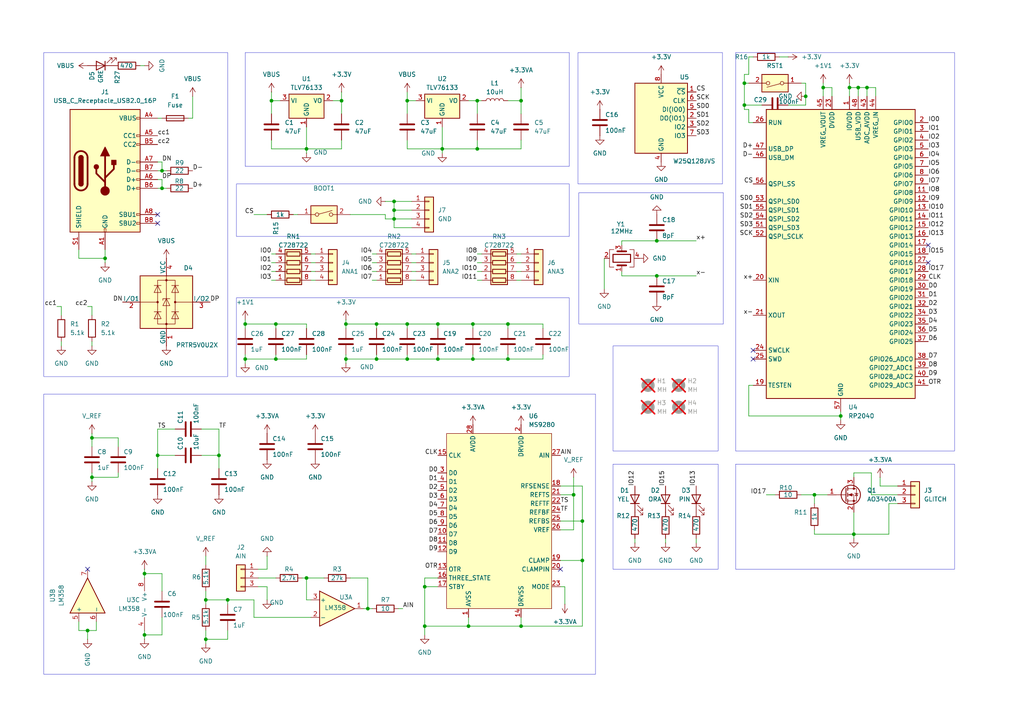
<source format=kicad_sch>
(kicad_sch (version 20231120) (generator "eeschema") (generator_version "8.0")
  (paper "A4")
  (junction (at 168.91 162.56))
  (junction (at 88.9 43.18))
  (junction (at 63.5 132.08))
  (junction (at 71.12 104.14))
  (junction (at 114.3 58.42))
  (junction (at 137.16 93.98))
  (junction (at 251.46 25.4))
  (junction (at 46.99 54.61))
  (junction (at 41.91 166.37))
  (junction (at 190.5 69.85))
  (junction (at 41.91 184.15))
  (junction (at 71.12 93.98))
  (junction (at 118.11 29.21))
  (junction (at 109.22 93.98))
  (junction (at 26.67 138.43))
  (junction (at 46.99 49.53))
  (junction (at 80.01 104.14))
  (junction (at 135.89 181.61))
  (junction (at 215.9 24.13))
  (junction (at 114.3 63.5))
  (junction (at 26.67 127))
  (junction (at 100.33 93.98))
  (junction (at 243.84 120.65))
  (junction (at 247.65 154.94))
  (junction (at 80.01 93.98))
  (junction (at 59.69 173.99))
  (junction (at 25.4 182.88))
  (junction (at 45.72 132.08))
  (junction (at 109.22 104.14))
  (junction (at 100.33 104.14))
  (junction (at 59.69 185.42))
  (junction (at 238.76 25.4))
  (junction (at 128.27 43.18))
  (junction (at 147.32 93.98))
  (junction (at 215.9 30.48))
  (junction (at 147.32 104.14))
  (junction (at 233.68 27.94))
  (junction (at 127 93.98))
  (junction (at 190.5 80.01))
  (junction (at 114.3 60.96))
  (junction (at 118.11 104.14))
  (junction (at 78.74 29.21))
  (junction (at 123.19 170.18))
  (junction (at 118.11 93.98))
  (junction (at 106.68 176.53))
  (junction (at 99.06 29.21))
  (junction (at 248.92 25.4))
  (junction (at 166.37 143.51))
  (junction (at 151.13 29.21))
  (junction (at 88.9 167.64))
  (junction (at 236.22 143.51))
  (junction (at 127 104.14))
  (junction (at 246.38 25.4))
  (junction (at 151.13 181.61))
  (junction (at 30.48 74.93))
  (junction (at 137.16 104.14))
  (junction (at 123.19 181.61))
  (junction (at 66.04 173.99))
  (junction (at 138.43 43.18))
  (junction (at 168.91 151.13))
  (junction (at 138.43 29.21))
  (no_connect (at 45.72 64.77))
  (no_connect (at 45.72 62.23))
  (no_connect (at 162.56 165.1))
  (no_connect (at 269.24 76.2))
  (no_connect (at 25.4 165.1))
  (no_connect (at 218.44 104.14))
  (no_connect (at 218.44 101.6))
  (no_connect (at 269.24 71.12))
  (wire (pts (xy 78.74 73.66) (xy 80.01 73.66)))
  (wire (pts (xy 34.29 129.54) (xy 34.29 127)))
  (wire (pts (xy 41.91 184.15) (xy 41.91 185.42)))
  (wire (pts (xy 233.68 30.48) (xy 233.68 27.94)))
  (wire (pts (xy 162.56 162.56) (xy 168.91 162.56)))
  (wire (pts (xy 184.15 157.48) (xy 184.15 156.21)))
  (wire (pts (xy 157.48 104.14) (xy 147.32 104.14)))
  (wire (pts (xy 59.69 185.42) (xy 59.69 182.88)))
  (wire (pts (xy 25.4 182.88) (xy 27.94 182.88)))
  (wire (pts (xy 118.11 40.64) (xy 118.11 43.18)))
  (wire (pts (xy 106.68 167.64) (xy 106.68 176.53)))
  (wire (pts (xy 99.06 29.21) (xy 96.52 29.21)))
  (wire (pts (xy 218.44 16.51) (xy 217.17 16.51)))
  (wire (pts (xy 46.99 52.07) (xy 46.99 54.61)))
  (wire (pts (xy 78.74 78.74) (xy 80.01 78.74)))
  (wire (pts (xy 22.86 180.34) (xy 22.86 182.88)))
  (wire (pts (xy 73.66 62.23) (xy 77.47 62.23)))
  (wire (pts (xy 26.67 138.43) (xy 26.67 139.7)))
  (wire (pts (xy 236.22 143.51) (xy 236.22 146.05)))
  (wire (pts (xy 109.22 93.98) (xy 118.11 93.98)))
  (wire (pts (xy 166.37 143.51) (xy 162.56 143.51)))
  (wire (pts (xy 151.13 33.02) (xy 151.13 29.21)))
  (wire (pts (xy 138.43 29.21) (xy 139.7 29.21)))
  (wire (pts (xy 147.32 93.98) (xy 147.32 95.25)))
  (wire (pts (xy 217.17 16.51) (xy 217.17 21.59)))
  (wire (pts (xy 58.42 132.08) (xy 63.5 132.08)))
  (wire (pts (xy 46.99 171.45) (xy 46.99 166.37)))
  (wire (pts (xy 99.06 43.18) (xy 88.9 43.18)))
  (wire (pts (xy 247.65 137.16) (xy 247.65 138.43)))
  (wire (pts (xy 54.61 34.29) (xy 55.88 34.29)))
  (wire (pts (xy 41.91 19.05) (xy 40.64 19.05)))
  (wire (pts (xy 168.91 162.56) (xy 168.91 181.61)))
  (wire (pts (xy 147.32 29.21) (xy 151.13 29.21)))
  (wire (pts (xy 222.25 143.51) (xy 224.79 143.51)))
  (wire (pts (xy 137.16 93.98) (xy 137.16 95.25)))
  (wire (pts (xy 135.89 179.07) (xy 135.89 181.61)))
  (wire (pts (xy 119.38 81.28) (xy 120.65 81.28)))
  (wire (pts (xy 45.72 124.46) (xy 50.8 124.46)))
  (wire (pts (xy 151.13 40.64) (xy 151.13 43.18)))
  (wire (pts (xy 217.17 120.65) (xy 243.84 120.65)))
  (wire (pts (xy 101.6 62.23) (xy 111.76 62.23)))
  (wire (pts (xy 109.22 76.2) (xy 107.95 76.2)))
  (wire (pts (xy 238.76 25.4) (xy 238.76 24.13)))
  (wire (pts (xy 48.26 54.61) (xy 46.99 54.61)))
  (wire (pts (xy 71.12 104.14) (xy 71.12 105.41)))
  (wire (pts (xy 175.26 83.82) (xy 175.26 74.93)))
  (wire (pts (xy 99.06 33.02) (xy 99.06 29.21)))
  (wire (pts (xy 66.04 182.88) (xy 66.04 185.42)))
  (wire (pts (xy 26.67 88.9) (xy 26.67 91.44)))
  (wire (pts (xy 115.57 176.53) (xy 116.84 176.53)))
  (wire (pts (xy 128.27 43.18) (xy 128.27 36.83)))
  (wire (pts (xy 109.22 81.28) (xy 107.95 81.28)))
  (wire (pts (xy 137.16 93.98) (xy 147.32 93.98)))
  (wire (pts (xy 118.11 43.18) (xy 128.27 43.18)))
  (wire (pts (xy 17.78 88.9) (xy 17.78 91.44)))
  (wire (pts (xy 123.19 170.18) (xy 123.19 181.61)))
  (wire (pts (xy 118.11 102.87) (xy 118.11 104.14)))
  (wire (pts (xy 26.67 137.16) (xy 26.67 138.43)))
  (wire (pts (xy 100.33 104.14) (xy 109.22 104.14)))
  (wire (pts (xy 149.86 73.66) (xy 151.13 73.66)))
  (wire (pts (xy 127 93.98) (xy 137.16 93.98)))
  (wire (pts (xy 100.33 95.25) (xy 100.33 93.98)))
  (wire (pts (xy 71.12 95.25) (xy 71.12 93.98)))
  (wire (pts (xy 26.67 127) (xy 34.29 127)))
  (wire (pts (xy 246.38 25.4) (xy 246.38 27.94)))
  (wire (pts (xy 88.9 93.98) (xy 88.9 95.25)))
  (wire (pts (xy 34.29 138.43) (xy 26.67 138.43)))
  (wire (pts (xy 138.43 43.18) (xy 151.13 43.18)))
  (wire (pts (xy 101.6 167.64) (xy 106.68 167.64)))
  (wire (pts (xy 78.74 33.02) (xy 78.74 29.21)))
  (wire (pts (xy 73.66 173.99) (xy 66.04 173.99)))
  (wire (pts (xy 118.11 104.14) (xy 127 104.14)))
  (wire (pts (xy 147.32 104.14) (xy 137.16 104.14)))
  (wire (pts (xy 77.47 161.29) (xy 77.47 165.1)))
  (wire (pts (xy 254 25.4) (xy 251.46 25.4)))
  (wire (pts (xy 255.27 140.97) (xy 260.35 140.97)))
  (wire (pts (xy 123.19 181.61) (xy 123.19 184.15)))
  (wire (pts (xy 71.12 93.98) (xy 80.01 93.98)))
  (wire (pts (xy 217.17 31.75) (xy 215.9 31.75)))
  (wire (pts (xy 71.12 92.71) (xy 71.12 93.98)))
  (wire (pts (xy 217.17 31.75) (xy 217.17 35.56)))
  (wire (pts (xy 248.92 25.4) (xy 246.38 25.4)))
  (wire (pts (xy 127 104.14) (xy 127 102.87)))
  (wire (pts (xy 220.98 30.48) (xy 215.9 30.48)))
  (wire (pts (xy 41.91 166.37) (xy 41.91 167.64)))
  (wire (pts (xy 55.88 34.29) (xy 55.88 27.94)))
  (wire (pts (xy 118.11 29.21) (xy 120.65 29.21)))
  (wire (pts (xy 201.93 69.85) (xy 190.5 69.85)))
  (wire (pts (xy 151.13 29.21) (xy 151.13 25.4)))
  (wire (pts (xy 166.37 153.67) (xy 166.37 143.51)))
  (wire (pts (xy 217.17 35.56) (xy 218.44 35.56)))
  (wire (pts (xy 180.34 78.74) (xy 180.34 80.01)))
  (wire (pts (xy 138.43 33.02) (xy 138.43 29.21)))
  (wire (pts (xy 247.65 154.94) (xy 257.81 154.94)))
  (wire (pts (xy 157.48 95.25) (xy 157.48 93.98)))
  (wire (pts (xy 180.34 69.85) (xy 180.34 71.12)))
  (wire (pts (xy 80.01 102.87) (xy 80.01 104.14)))
  (wire (pts (xy 88.9 167.64) (xy 88.9 173.99)))
  (wire (pts (xy 17.78 100.33) (xy 17.78 99.06)))
  (wire (pts (xy 215.9 24.13) (xy 217.17 24.13)))
  (wire (pts (xy 251.46 25.4) (xy 248.92 25.4)))
  (wire (pts (xy 252.73 137.16) (xy 247.65 137.16)))
  (wire (pts (xy 246.38 24.13) (xy 246.38 25.4)))
  (wire (pts (xy 88.9 167.64) (xy 93.98 167.64)))
  (wire (pts (xy 162.56 153.67) (xy 166.37 153.67)))
  (wire (pts (xy 248.92 25.4) (xy 248.92 27.94)))
  (wire (pts (xy 119.38 63.5) (xy 114.3 63.5)))
  (wire (pts (xy 41.91 165.1) (xy 41.91 166.37)))
  (wire (pts (xy 257.81 154.94) (xy 257.81 146.05)))
  (wire (pts (xy 215.9 31.75) (xy 215.9 30.48)))
  (wire (pts (xy 90.17 173.99) (xy 88.9 173.99)))
  (wire (pts (xy 109.22 93.98) (xy 109.22 95.25)))
  (wire (pts (xy 114.3 58.42) (xy 119.38 58.42)))
  (wire (pts (xy 46.99 166.37) (xy 41.91 166.37)))
  (wire (pts (xy 59.69 171.45) (xy 59.69 173.99)))
  (wire (pts (xy 233.68 24.13) (xy 232.41 24.13)))
  (wire (pts (xy 252.73 143.51) (xy 260.35 143.51)))
  (wire (pts (xy 22.86 182.88) (xy 25.4 182.88)))
  (wire (pts (xy 157.48 102.87) (xy 157.48 104.14)))
  (wire (pts (xy 73.66 179.07) (xy 73.66 173.99)))
  (wire (pts (xy 109.22 73.66) (xy 107.95 73.66)))
  (wire (pts (xy 236.22 143.51) (xy 232.41 143.51)))
  (wire (pts (xy 78.74 81.28) (xy 80.01 81.28)))
  (wire (pts (xy 260.35 146.05) (xy 257.81 146.05)))
  (wire (pts (xy 74.93 170.18) (xy 77.47 170.18)))
  (wire (pts (xy 218.44 111.76) (xy 217.17 111.76)))
  (wire (pts (xy 73.66 179.07) (xy 90.17 179.07)))
  (wire (pts (xy 99.06 40.64) (xy 99.06 43.18)))
  (wire (pts (xy 123.19 167.64) (xy 123.19 170.18)))
  (wire (pts (xy 74.93 165.1) (xy 77.47 165.1)))
  (wire (pts (xy 217.17 111.76) (xy 217.17 120.65)))
  (wire (pts (xy 105.41 176.53) (xy 106.68 176.53)))
  (wire (pts (xy 138.43 40.64) (xy 138.43 43.18)))
  (wire (pts (xy 22.86 74.93) (xy 30.48 74.93)))
  (wire (pts (xy 201.93 157.48) (xy 201.93 156.21)))
  (wire (pts (xy 138.43 43.18) (xy 128.27 43.18)))
  (wire (pts (xy 236.22 153.67) (xy 236.22 154.94)))
  (wire (pts (xy 111.76 62.23) (xy 111.76 63.5)))
  (wire (pts (xy 162.56 151.13) (xy 168.91 151.13)))
  (wire (pts (xy 46.99 179.07) (xy 46.99 184.15)))
  (wire (pts (xy 217.17 21.59) (xy 215.9 21.59)))
  (wire (pts (xy 59.69 161.29) (xy 59.69 163.83)))
  (wire (pts (xy 106.68 176.53) (xy 107.95 176.53)))
  (wire (pts (xy 139.7 76.2) (xy 138.43 76.2)))
  (wire (pts (xy 63.5 132.08) (xy 63.5 135.89)))
  (wire (pts (xy 243.84 119.38) (xy 243.84 120.65)))
  (wire (pts (xy 168.91 181.61) (xy 151.13 181.61)))
  (wire (pts (xy 247.65 148.59) (xy 247.65 154.94)))
  (wire (pts (xy 63.5 124.46) (xy 63.5 132.08)))
  (wire (pts (xy 90.17 76.2) (xy 91.44 76.2)))
  (wire (pts (xy 162.56 140.97) (xy 168.91 140.97)))
  (wire (pts (xy 88.9 43.18) (xy 88.9 36.83)))
  (wire (pts (xy 119.38 66.04) (xy 114.3 66.04)))
  (wire (pts (xy 88.9 102.87) (xy 88.9 104.14)))
  (wire (pts (xy 71.12 104.14) (xy 80.01 104.14)))
  (wire (pts (xy 118.11 33.02) (xy 118.11 29.21)))
  (wire (pts (xy 127 93.98) (xy 127 95.25)))
  (wire (pts (xy 147.32 102.87) (xy 147.32 104.14)))
  (wire (pts (xy 78.74 43.18) (xy 88.9 43.18)))
  (wire (pts (xy 119.38 78.74) (xy 120.65 78.74)))
  (wire (pts (xy 190.5 69.85) (xy 180.34 69.85)))
  (wire (pts (xy 119.38 76.2) (xy 120.65 76.2)))
  (wire (pts (xy 118.11 29.21) (xy 118.11 26.67)))
  (wire (pts (xy 236.22 154.94) (xy 247.65 154.94)))
  (wire (pts (xy 45.72 132.08) (xy 45.72 135.89)))
  (wire (pts (xy 149.86 81.28) (xy 151.13 81.28)))
  (wire (pts (xy 100.33 105.41) (xy 100.33 104.14)))
  (wire (pts (xy 252.73 143.51) (xy 252.73 137.16)))
  (wire (pts (xy 193.04 157.48) (xy 193.04 156.21)))
  (wire (pts (xy 78.74 29.21) (xy 81.28 29.21)))
  (wire (pts (xy 147.32 93.98) (xy 157.48 93.98)))
  (wire (pts (xy 45.72 52.07) (xy 46.99 52.07)))
  (wire (pts (xy 46.99 46.99) (xy 46.99 49.53)))
  (wire (pts (xy 90.17 81.28) (xy 91.44 81.28)))
  (wire (pts (xy 46.99 49.53) (xy 45.72 49.53)))
  (wire (pts (xy 59.69 173.99) (xy 59.69 175.26)))
  (wire (pts (xy 119.38 60.96) (xy 114.3 60.96)))
  (wire (pts (xy 16.51 88.9) (xy 17.78 88.9)))
  (wire (pts (xy 45.72 46.99) (xy 46.99 46.99)))
  (wire (pts (xy 27.94 182.88) (xy 27.94 180.34)))
  (wire (pts (xy 26.67 100.33) (xy 26.67 99.06)))
  (wire (pts (xy 25.4 88.9) (xy 26.67 88.9)))
  (wire (pts (xy 128.27 43.18) (xy 128.27 44.45)))
  (wire (pts (xy 59.69 186.69) (xy 59.69 185.42)))
  (wire (pts (xy 233.68 27.94) (xy 233.68 24.13)))
  (wire (pts (xy 90.17 73.66) (xy 91.44 73.66)))
  (wire (pts (xy 137.16 104.14) (xy 127 104.14)))
  (wire (pts (xy 215.9 30.48) (xy 215.9 24.13)))
  (wire (pts (xy 58.42 124.46) (xy 63.5 124.46)))
  (wire (pts (xy 100.33 93.98) (xy 109.22 93.98)))
  (wire (pts (xy 247.65 154.94) (xy 247.65 156.21)))
  (wire (pts (xy 66.04 173.99) (xy 59.69 173.99)))
  (wire (pts (xy 22.86 72.39) (xy 22.86 74.93)))
  (wire (pts (xy 226.06 16.51) (xy 228.6 16.51)))
  (wire (pts (xy 228.6 30.48) (xy 233.68 30.48)))
  (wire (pts (xy 139.7 78.74) (xy 138.43 78.74)))
  (wire (pts (xy 241.3 27.94) (xy 241.3 25.4)))
  (wire (pts (xy 180.34 80.01) (xy 190.5 80.01)))
  (wire (pts (xy 74.93 167.64) (xy 80.01 167.64)))
  (wire (pts (xy 46.99 54.61) (xy 45.72 54.61)))
  (wire (pts (xy 114.3 60.96) (xy 114.3 58.42)))
  (wire (pts (xy 139.7 81.28) (xy 138.43 81.28)))
  (wire (pts (xy 238.76 25.4) (xy 238.76 27.94)))
  (wire (pts (xy 243.84 120.65) (xy 243.84 121.92)))
  (wire (pts (xy 66.04 173.99) (xy 66.04 175.26)))
  (wire (pts (xy 48.26 49.53) (xy 46.99 49.53)))
  (wire (pts (xy 100.33 92.71) (xy 100.33 93.98)))
  (wire (pts (xy 25.4 185.42) (xy 25.4 182.88)))
  (wire (pts (xy 166.37 138.43) (xy 166.37 143.51)))
  (wire (pts (xy 251.46 25.4) (xy 251.46 27.94)))
  (wire (pts (xy 34.29 137.16) (xy 34.29 138.43)))
  (wire (pts (xy 118.11 93.98) (xy 118.11 95.25)))
  (wire (pts (xy 119.38 73.66) (xy 120.65 73.66)))
  (wire (pts (xy 241.3 25.4) (xy 238.76 25.4)))
  (wire (pts (xy 137.16 102.87) (xy 137.16 104.14)))
  (wire (pts (xy 190.5 80.01) (xy 201.93 80.01)))
  (wire (pts (xy 149.86 76.2) (xy 151.13 76.2)))
  (wire (pts (xy 240.03 143.51) (xy 236.22 143.51)))
  (wire (pts (xy 71.12 102.87) (xy 71.12 104.14)))
  (wire (pts (xy 114.3 66.04) (xy 114.3 63.5)))
  (wire (pts (xy 139.7 73.66) (xy 138.43 73.66)))
  (wire (pts (xy 100.33 102.87) (xy 100.33 104.14)))
  (wire (pts (xy 162.56 170.18) (xy 163.83 170.18)))
  (wire (pts (xy 254 27.94) (xy 254 25.4)))
  (wire (pts (xy 66.04 185.42) (xy 59.69 185.42)))
  (wire (pts (xy 26.67 127) (xy 26.67 129.54)))
  (wire (pts (xy 30.48 76.2) (xy 30.48 74.93)))
  (wire (pts (xy 138.43 29.21) (xy 135.89 29.21)))
  (wire (pts (xy 111.76 58.42) (xy 114.3 58.42)))
  (wire (pts (xy 163.83 170.18) (xy 163.83 175.26)))
  (wire (pts (xy 77.47 173.99) (xy 77.47 170.18)))
  (wire (pts (xy 78.74 29.21) (xy 78.74 26.67)))
  (wire (pts (xy 80.01 93.98) (xy 80.01 95.25)))
  (wire (pts (xy 45.72 132.08) (xy 50.8 132.08)))
  (wire (pts (xy 46.99 184.15) (xy 41.91 184.15)))
  (wire (pts (xy 45.72 34.29) (xy 46.99 34.29)))
  (wire (pts (xy 41.91 182.88) (xy 41.91 184.15)))
  (wire (pts (xy 90.17 78.74) (xy 91.44 78.74)))
  (wire (pts (xy 255.27 138.43) (xy 255.27 140.97)))
  (wire (pts (xy 78.74 40.64) (xy 78.74 43.18)))
  (wire (pts (xy 114.3 63.5) (xy 114.3 60.96)))
  (wire (pts (xy 118.11 93.98) (xy 127 93.98)))
  (wire (pts (xy 99.06 29.21) (xy 99.06 26.67)))
  (wire (pts (xy 88.9 43.18) (xy 88.9 44.45)))
  (wire (pts (xy 109.22 104.14) (xy 118.11 104.14)))
  (wire (pts (xy 26.67 125.73) (xy 26.67 127)))
  (wire (pts (xy 85.09 62.23) (xy 86.36 62.23)))
  (wire (pts (xy 168.91 151.13) (xy 168.91 162.56)))
  (wire (pts (xy 151.13 181.61) (xy 135.89 181.61)))
  (wire (pts (xy 215.9 21.59) (xy 215.9 24.13)))
  (wire (pts (xy 87.63 167.64) (xy 88.9 167.64)))
  (wire (pts (xy 151.13 179.07) (xy 151.13 181.61)))
  (wire (pts (xy 30.48 72.39) (xy 30.48 74.93)))
  (wire (pts (xy 80.01 104.14) (xy 88.9 104.14)))
  (wire (pts (xy 80.01 93.98) (xy 88.9 93.98)))
  (wire (pts (xy 78.74 76.2) (xy 80.01 76.2)))
  (wire (pts (xy 111.76 63.5) (xy 114.3 63.5)))
  (wire (pts (xy 135.89 181.61) (xy 123.19 181.61)))
  (wire (pts (xy 127 167.64) (xy 123.19 167.64)))
  (wire (pts (xy 168.91 140.97) (xy 168.91 151.13)))
  (wire (pts (xy 109.22 102.87) (xy 109.22 104.14)))
  (wire (pts (xy 109.22 78.74) (xy 107.95 78.74)))
  (wire (pts (xy 45.72 124.46) (xy 45.72 132.08)))
  (wire (pts (xy 123.19 170.18) (xy 127 170.18)))
  (wire (pts (xy 149.86 78.74) (xy 151.13 78.74)))
  (rectangle (start 177.8 100.33) (end 208.28 130.81) (stroke (width 0.0762)))
  (rectangle (start 71.12 15.24) (end 165.1 48.26) (stroke (width 0.0762)))
  (rectangle (start 177.8 134.62) (end 208.28 165.1) (stroke (width 0.0762)))
  (rectangle (start 213.36 15.24) (end 276.86 130.81) (stroke (width 0.0762)))
  (rectangle (start 12.7 114.3) (end 172.72 195.58) (stroke (width 0.0762)))
  (rectangle (start 12.7 15.24) (end 66.04 109.22) (stroke (width 0.0762)))
  (rectangle (start 68.58 86.36) (end 165.1 109.22) (stroke (width 0.0762)))
  (rectangle (start 167.64 15.24) (end 209.55 53.34) (stroke (width 0.0762)))
  (rectangle (start 167.894 55.88) (end 209.804 93.98) (stroke (width 0.0762)))
  (rectangle (start 68.58 53.34) (end 165.1 68.58) (stroke (width 0.0762)))
  (rectangle (start 213.36 134.62) (end 276.86 165.1) (stroke (width 0.0762)))
  (label "IO11" (at 138.43 81.28 180))
  (label "D7" (at 127 154.94 180))
  (label "SD0" (at 201.93 31.75 0))
  (label "IO5" (at 269.24 48.26 0))
  (label "DN" (at 35.56 87.63 180))
  (label "IO15" (at 193.04 140.97 90))
  (label "D3" (at 127 144.78 180))
  (label "IO8" (at 269.24 55.88 0))
  (label "IO3" (at 78.74 81.28 180))
  (label "IO6" (at 269.24 50.8 0))
  (label "D+" (at 55.88 54.61 0))
  (label "IO7" (at 107.95 81.28 180))
  (label "SD3" (at 218.44 66.04 180))
  (label "IO9" (at 138.43 76.2 180))
  (label "cc2" (at 25.4 88.9 180))
  (label "IO4" (at 107.95 73.66 180))
  (label "SD2" (at 201.93 36.83 0))
  (label "D4" (at 127 147.32 180))
  (label "IO3" (at 269.24 43.18 0))
  (label "SD2" (at 218.44 63.5 180))
  (label "IO1" (at 78.74 76.2 180))
  (label "D0" (at 269.24 83.82 0))
  (label "SD3" (at 201.93 39.37 0))
  (label "CLK" (at 127 132.08 180))
  (label "D6" (at 269.24 99.06 0))
  (label "IO10" (at 138.43 78.74 180))
  (label "TS" (at 162.56 146.05 0))
  (label "SCK" (at 218.44 68.58 180))
  (label "D-" (at 218.44 45.72 180))
  (label "IO4" (at 269.24 45.72 0))
  (label "D9" (at 269.24 109.22 0))
  (label "D+" (at 218.44 43.18 180))
  (label "D8" (at 127 157.48 180))
  (label "AIN" (at 116.84 176.53 0))
  (label "IO7" (at 269.24 53.34 0))
  (label "D7" (at 269.24 104.14 0))
  (label "x-" (at 201.93 80.01 0))
  (label "SD1" (at 218.44 60.96 180))
  (label "IO10" (at 269.24 60.96 0))
  (label "D-" (at 55.88 49.53 0))
  (label "IO17" (at 222.25 143.51 180))
  (label "IO11" (at 269.24 63.5 0))
  (label "D5" (at 269.24 96.52 0))
  (label "IO15" (at 269.24 73.66 0))
  (label "OTR" (at 127 165.1 180))
  (label "D5" (at 127 149.86 180))
  (label "IO5" (at 107.95 76.2 180))
  (label "CS" (at 73.66 62.23 180))
  (label "SD1" (at 201.93 34.29 0))
  (label "D2" (at 127 142.24 180))
  (label "IO17" (at 269.24 78.74 0))
  (label "cc2" (at 45.72 41.91 0))
  (label "x-" (at 218.44 91.44 180))
  (label "TF" (at 162.56 148.59 0))
  (label "D6" (at 127 152.4 180))
  (label "CLK" (at 269.24 81.28 0))
  (label "IO0" (at 78.74 73.66 180))
  (label "CS" (at 201.93 26.67 0))
  (label "IO13" (at 269.24 68.58 0))
  (label "IO2" (at 269.24 40.64 0))
  (label "SD0" (at 218.44 58.42 180))
  (label "IO2" (at 78.74 78.74 180))
  (label "D2" (at 269.24 88.9 0))
  (label "x+" (at 218.44 81.28 180))
  (label "x+" (at 201.93 69.85 0))
  (label "IO1" (at 269.24 38.1 0))
  (label "IO6" (at 107.95 78.74 180))
  (label "D4" (at 269.24 93.98 0))
  (label "D8" (at 269.24 106.68 0))
  (label "IO9" (at 269.24 58.42 0))
  (label "D3" (at 269.24 91.44 0))
  (label "cc1" (at 16.51 88.9 180))
  (label "D1" (at 269.24 86.36 0))
  (label "CS" (at 218.44 53.34 180))
  (label "IO8" (at 138.43 73.66 180))
  (label "SCK" (at 201.93 29.21 0))
  (label "IO12" (at 184.15 140.97 90))
  (label "DP" (at 46.99 52.07 0))
  (label "AIN" (at 162.56 132.08 0))
  (label "D0" (at 127 137.16 180))
  (label "IO13" (at 201.93 140.97 90))
  (label "DN" (at 46.99 46.99 0))
  (label "cc1" (at 45.72 39.37 0))
  (label "IO12" (at 269.24 66.04 0))
  (label "OTR" (at 269.24 111.76 0))
  (label "D9" (at 127 160.02 180))
  (label "IO0" (at 269.24 35.56 0))
  (label "TF" (at 63.5 124.46 0))
  (label "DP" (at 60.96 87.63 0))
  (label "TS" (at 45.72 124.46 0))
  (label "D1" (at 127 139.7 180))
  (symbol (lib_id "Device:C") (at 147.32 99.06 0) (unit 1)
    (property "Reference" "C21" (at 148.844 96.774 0) (effects (justify left)))
    (property "Value" "100nF" (at 148.844 101.346 0) (effects (justify left)))
    (property "Footprint" "Capacitor_SMD:C_0603_1608Metric" (effects (hide yes)))
    (property "Description" "Unpolarized capacitor" (effects (hide yes)))
  )
  (symbol (lib_id "power:GND") (at 77.47 133.35 0) (unit 1)
    (property "Reference" "#PWR031" (effects (hide yes)))
    (property "Value" "GND" (at 77.47 138.43 0))
    (property "Description" "Power symbol creates a global label with name \"GND\" , ground" (effects (hide yes)))
  )
  (symbol (lib_id "Device:C") (at 137.16 99.06 0) (unit 1)
    (property "Reference" "C20" (at 138.684 96.774 0) (effects (justify left)))
    (property "Value" "100nF" (at 138.684 101.346 0) (effects (justify left)))
    (property "Footprint" "Capacitor_SMD:C_0603_1608Metric" (effects (hide yes)))
    (property "Description" "Unpolarized capacitor" (effects (hide yes)))
  )
  (symbol (lib_id "power:+3.3VA") (at 163.83 175.26 180) (unit 1)
    (property "Reference" "#PWR026" (effects (hide yes)))
    (property "Value" "+3.3VA" (at 163.83 180.34 0))
    (property "Description" "Power symbol creates a global label with name \"+3.3VA\"" (effects (hide yes)))
  )
  (symbol (lib_id "power:GND") (at 111.76 58.42 270) (unit 1)
    (property "Reference" "#PWR049" (effects (hide yes)))
    (property "Value" "GND" (at 107.95 58.4199 90) (effects (justify right)))
    (property "Description" "Power symbol creates a global label with name \"GND\" , ground" (effects (hide yes)))
  )
  (symbol (lib_id "power:GND") (at 91.44 133.35 0) (unit 1)
    (property "Reference" "#PWR032" (effects (hide yes)))
    (property "Value" "GND" (at 91.44 138.43 0))
    (property "Description" "Power symbol creates a global label with name \"GND\" , ground" (effects (hide yes)))
  )
  (symbol (lib_id "Device:C") (at 71.12 99.06 0) (unit 1)
    (property "Reference" "C26" (at 72.644 96.774 0) (effects (justify left)))
    (property "Value" "1uF" (at 72.644 101.346 0) (effects (justify left)))
    (property "Footprint" "Capacitor_SMD:C_0603_1608Metric" (effects (hide yes)))
    (property "Description" "Unpolarized capacitor" (effects (hide yes)))
  )
  (symbol (lib_id "power:GND") (at 128.27 44.45 0) (unit 1)
    (property "Reference" "#PWR09" (effects (hide yes)))
    (property "Value" "GND" (at 124.206 44.45 0))
    (property "Description" "Power symbol creates a global label with name \"GND\" , ground" (effects (hide yes)))
  )
  (symbol (lib_id "Device:R") (at 201.93 152.4 180) (unit 1)
    (property "Reference" "R14" (at 196.596 149.606 0) (effects (justify right)))
    (property "Value" "470" (at 201.93 154.178 90) (effects (justify right)))
    (property "Footprint" "Resistor_SMD:R_0603_1608Metric" (effects (hide yes)))
    (property "Description" "Resistor" (effects (hide yes)))
  )
  (symbol (lib_id "Device:C") (at 224.79 30.48 90) (unit 1)
    (property "Reference" "C29" (at 222.504 28.956 90) (effects (justify left)))
    (property "Value" "100nF" (at 231.902 29.464 90) (effects (justify left)))
    (property "Footprint" "Capacitor_SMD:C_0603_1608Metric" (effects (hide yes)))
    (property "Description" "Unpolarized capacitor" (effects (hide yes)))
  )
  (symbol (lib_id "Device:R") (at 111.76 176.53 270) (unit 1)
    (property "Reference" "R7" (at 111.76 173.99 90))
    (property "Value" "10" (at 111.76 176.53 90))
    (property "Footprint" "Resistor_SMD:R_0603_1608Metric" (effects (hide yes)))
    (property "Description" "Resistor" (effects (hide yes)))
  )
  (symbol (lib_id "Device:C") (at 173.99 35.56 0) (unit 1)
    (property "Reference" "C16" (at 175.514 33.274 0) (effects (justify left)))
    (property "Value" "100nF" (at 175.514 37.846 0) (effects (justify left)))
    (property "Footprint" "Capacitor_SMD:C_0603_1608Metric" (effects (hide yes)))
    (property "Description" "Unpolarized capacitor" (effects (hide yes)))
  )
  (symbol (lib_id "power:+1V1") (at 238.76 24.13 0) (unit 1)
    (property "Reference" "#PWR036" (effects (hide yes)))
    (property "Value" "+1V1" (at 238.76 19.05 0))
    (property "Description" "Power symbol creates a global label with name \"+1V1\"" (effects (hide yes)))
  )
  (symbol (lib_id "Device:LED") (at 184.15 144.78 90) (unit 1)
    (property "Reference" "D1" (at 179.832 142.24 90) (effects (justify right)))
    (property "Value" "YEL" (at 179.07 144.78 90) (effects (justify right)))
    (property "Footprint" "LED_SMD:LED_0603_1608Metric" (effects (hide yes)))
    (property "Description" "Light emitting diode" (effects (hide yes)))
  )
  (symbol (lib_id "Amplifier_Operational:LM358") (at 25.4 172.72 90) (unit 2)
    (property "Reference" "U3" (at 15.24 172.72 0))
    (property "Value" "LM358" (at 17.78 172.72 0))
    (property "Footprint" "Package_SO:SO-8_3.9x4.9mm_P1.27mm" (effects (hide yes)))
    (property "Datasheet" "http://www.ti.com/lit/ds/symlink/lm2904-n.pdf" (effects (hide yes)))
    (property "Description" "Low-Power, Dual Operational Amplifiers, DIP-8/SOIC-8/TO-99-8" (effects (hide yes)))
    (property "LCSC" "C693063" (effects (hide yes)))
  )
  (symbol (lib_id "power:GND") (at 26.67 139.7 0) (unit 1)
    (property "Reference" "#PWR020" (effects (hide yes)))
    (property "Value" "GND" (at 26.67 144.78 0))
    (property "Description" "Power symbol creates a global label with name \"GND\" , ground" (effects (hide yes)))
  )
  (symbol (lib_id "Connector_Generic:Conn_01x03") (at 69.85 167.64 0) (mirror y) (unit 1)
    (property "Reference" "J2" (at 69.85 158.75 0))
    (property "Value" "AIN" (at 69.85 161.29 0))
    (property "Footprint" "Connector_PinHeader_2.54mm:PinHeader_1x03_P2.54mm_Vertical" (effects (hide yes)))
    (property "Description" "Generic connector, single row, 01x03, script generated (kicad-library-utils/schlib/autogen/connector/)" (effects (hide yes)))
  )
  (symbol (lib_id "MCU_RaspberryPi:RP2040") (at 243.84 73.66 0) (unit 1)
    (property "Reference" "U4" (at 246.0341 118.11 0) (effects (justify left)))
    (property "Value" "RP2040" (at 246.0341 120.65 0) (effects (justify left)))
    (property "Footprint" "Package_DFN_QFN:QFN-56-1EP_7x7mm_P0.4mm_EP3.2x3.2mm" (effects (hide yes)))
    (property "Datasheet" "https://datasheets.raspberrypi.com/rp2040/rp2040-datasheet.pdf" (effects (hide yes)))
    (property "Description" "A microcontroller by Raspberry Pi" (effects (hide yes)))
  )
  (symbol (lib_id "power:GND") (at 45.72 143.51 0) (unit 1)
    (property "Reference" "#PWR027" (effects (hide yes)))
    (property "Value" "GND" (at 45.72 148.59 0))
    (property "Description" "Power symbol creates a global label with name \"GND\" , ground" (effects (hide yes)))
  )
  (symbol (lib_id "power:GND") (at 77.47 161.29 180) (unit 1)
    (property "Reference" "#PWR016" (effects (hide yes)))
    (property "Value" "GND" (at 77.47 156.21 0))
    (property "Description" "Power symbol creates a global label with name \"GND\" , ground" (effects (hide yes)))
  )
  (symbol (lib_id "power:+3.3VA") (at 255.27 138.43 0) (unit 1)
    (property "Reference" "#PWR47" (effects (hide yes)))
    (property "Value" "+3.3VA" (at 255.27 133.35 0))
    (property "Description" "Power symbol creates a global label with name \"+3.3VA\"" (effects (hide yes)))
  )
  (symbol (lib_id "power:GND") (at 193.04 157.48 0) (unit 1)
    (property "Reference" "#PWR045" (effects (hide yes)))
    (property "Value" "GND" (at 193.04 162.56 0))
    (property "Description" "Power symbol creates a global label with name \"GND\" , ground" (effects (hide yes)))
  )
  (symbol (lib_id "Device:R") (at 17.78 95.25 180) (unit 1)
    (property "Reference" "R1" (at 20.32 93.9799 0) (effects (justify right)))
    (property "Value" "5.1k" (at 20.32 96.5199 0) (effects (justify right)))
    (property "Footprint" "Resistor_SMD:R_0603_1608Metric" (effects (hide yes)))
    (property "Description" "Resistor" (effects (hide yes)))
  )
  (symbol (lib_id "Regulator_Linear:AMS1117-3.3") (at 128.27 29.21 0) (unit 1)
    (property "Reference" "U2" (at 128.27 22.86 0))
    (property "Value" "TLV76133" (at 128.27 25.4 0))
    (property "Footprint" "Package_TO_SOT_SMD:SOT-223-3_TabPin2" (effects (hide yes)))
    (property "Description" "1A Low Dropout regulator, positive, 3.3V fixed output, SOT-223" (effects (hide yes)))
    (property "LCSC" "C7527500" (effects (hide yes)))
  )
  (symbol (lib_id "Device:C") (at 91.44 129.54 0) (unit 1)
    (property "Reference" "C15" (at 92.964 127.254 0) (effects (justify left)))
    (property "Value" "100nF" (at 92.964 131.826 0) (effects (justify left)))
    (property "Footprint" "Capacitor_SMD:C_0603_1608Metric" (effects (hide yes)))
    (property "Description" "Unpolarized capacitor" (effects (hide yes)))
  )
  (symbol (lib_id "power:GND") (at 63.5 143.51 0) (unit 1)
    (property "Reference" "#PWR028" (effects (hide yes)))
    (property "Value" "GND" (at 63.5 148.59 0))
    (property "Description" "Power symbol creates a global label with name \"GND\" , ground" (effects (hide yes)))
  )
  (symbol (lib_id "power:GND") (at 190.5 62.23 180) (unit 1)
    (property "Reference" "#PWR039" (effects (hide yes)))
    (property "Value" "GND" (at 190.5 57.15 0))
    (property "Description" "Power symbol creates a global label with name \"GND\" , ground" (effects (hide yes)))
  )
  (symbol (lib_id "Device:C") (at 54.61 124.46 90) (unit 1)
    (property "Reference" "C11" (at 52.324 122.936 0) (effects (justify left)))
    (property "Value" "100nF" (at 56.896 122.936 0) (effects (justify left)))
    (property "Footprint" "Capacitor_SMD:C_0603_1608Metric" (effects (hide yes)))
    (property "Description" "Unpolarized capacitor" (effects (hide yes)))
  )
  (symbol (lib_id "power:VBUS") (at 78.74 26.67 0) (unit 1)
    (property "Reference" "#PWR05" (effects (hide yes)))
    (property "Value" "VBUS" (at 78.74 21.59 0))
    (property "Description" "Power symbol creates a global label with name \"VBUS\"" (effects (hide yes)))
  )
  (symbol (lib_id "power:GND") (at 243.84 121.92 0) (unit 1)
    (property "Reference" "#PWR041" (effects (hide yes)))
    (property "Value" "GND" (at 243.84 127 0))
    (property "Description" "Power symbol creates a global label with name \"GND\" , ground" (effects (hide yes)))
  )
  (symbol (lib_id "Device:R") (at 36.83 19.05 270) (unit 1)
    (property "Reference" "R27" (at 34.036 24.384 0) (effects (justify right)))
    (property "Value" "470" (at 38.608 19.05 90) (effects (justify right)))
    (property "Footprint" "Resistor_SMD:R_0603_1608Metric" (effects (hide yes)))
    (property "Description" "Resistor" (effects (hide yes)))
  )
  (symbol (lib_id "power:+3.3V") (at 191.77 21.59 0) (unit 1)
    (property "Reference" "#PWR012" (effects (hide yes)))
    (property "Value" "+3.3V" (at 191.77 16.51 0))
    (property "Description" "Power symbol creates a global label with name \"+3.3V\"" (effects (hide yes)))
  )
  (symbol (lib_id "Transistor_FET:AO3400A") (at 245.11 143.51 0) (unit 1)
    (property "Reference" "Q1" (at 251.46 142.2399 0) (effects (justify left)))
    (property "Value" "AO3400A" (at 251.46 144.7799 0) (effects (justify left)))
    (property "Footprint" "Package_TO_SOT_SMD:SOT-23" (effects (hide yes)))
    (property "Datasheet" "http://www.aosmd.com/pdfs/datasheet/AO3400A.pdf" (effects (hide yes)))
    (property "Description" "30V Vds, 5.7A Id, N-Channel MOSFET, SOT-23" (effects (hide yes)))
    (property "LCSC" "C20917" (effects (hide yes)))
  )
  (symbol (lib_id "Device:R") (at 52.07 54.61 270) (unit 1)
    (property "Reference" "R8" (at 53.34 52.578 90) (effects (justify right)))
    (property "Value" "22" (at 53.34 54.61 90) (effects (justify right)))
    (property "Footprint" "Resistor_SMD:R_0603_1608Metric" (effects (hide yes)))
    (property "Description" "Resistor" (effects (hide yes)))
  )
  (symbol (lib_id "Device:R_Pack04") (at 114.3 76.2 270) (mirror x) (unit 1)
    (property "Reference" "RN2" (at 114.3 68.58 90))
    (property "Value" "C728722" (at 114.3 71.12 90))
    (property "Footprint" "Resistor_SMD:R_Array_Concave_4x0402" (effects (hide yes)))
    (property "Description" "4 resistor network, parallel topology" (effects (hide yes)))
    (property "LCSC" "C728722" (effects (hide yes)))
  )
  (symbol (lib_id "Device:Fuse") (at 50.8 34.29 90) (unit 1)
    (property "Reference" "F1" (at 50.8 27.94 90))
    (property "Value" "Fuse" (at 50.8 30.48 90))
    (property "Footprint" "Fuse:Fuse_1812_4532Metric" (effects (hide yes)))
    (property "Description" "Fuse" (effects (hide yes)))
    (property "LCSC" "C142689 " (effects (hide yes)))
  )
  (symbol (lib_id "Connector:USB_C_Receptacle_USB2.0_16P") (at 30.48 49.53 0) (unit 1)
    (property "Reference" "J1" (at 30.48 26.67 0))
    (property "Value" "USB_C_Receptacle_USB2.0_16P" (at 30.48 29.21 0))
    (property "Footprint" "Connector_USB:USB_C_Receptacle_GCT_USB4105-xx-A_16P_TopMnt_Horizontal" (effects (hide yes)))
    (property "Datasheet" "https://www.usb.org/sites/default/files/documents/usb_type-c.zip" (effects (hide yes)))
    (property "Description" "USB 2.0-only 16P Type-C Receptacle connector" (effects (hide yes)))
  )
  (symbol (lib_id "Mechanical:MountingHole") (at 187.96 111.76 0) (unit 1) (exclude_from_sim yes) (in_bom no) (dnp yes)
    (property "Reference" "H1" (at 190.5 110.4899 0) (effects (justify left)))
    (property "Value" "MH" (at 190.5 113.0299 0) (effects (justify left)))
    (property "Footprint" "MountingHole:MountingHole_2.2mm_M2_DIN965_Pad" (effects (hide yes)))
    (property "Description" "Mounting Hole without connection" (effects (hide yes)))
  )
  (symbol (lib_id "Device:C") (at 138.43 36.83 0) (unit 1)
    (property "Reference" "C4" (at 142.24 35.5599 0) (effects (justify left)))
    (property "Value" "47uF" (at 142.24 38.0999 0) (effects (justify left)))
    (property "Footprint" "Capacitor_SMD:C_1206_3216Metric" (effects (hide yes)))
    (property "Description" "Unpolarized capacitor" (effects (hide yes)))
  )
  (symbol (lib_id "power:GND") (at 41.91 185.42 0) (unit 1)
    (property "Reference" "#PWR015" (effects (hide yes)))
    (property "Value" "GND" (at 41.91 190.5 0))
    (property "Description" "Power symbol creates a global label with name \"GND\" , ground" (effects (hide yes)))
  )
  (symbol (lib_id "power:GND") (at 100.33 105.41 0) (unit 1)
    (property "Reference" "#PWR051" (effects (hide yes)))
    (property "Value" "GND" (at 106.426 106.426 0))
    (property "Description" "Power symbol creates a global label with name \"GND\" , ground" (effects (hide yes)))
  )
  (symbol (lib_id "power:GND") (at 71.12 105.41 0) (unit 1)
    (property "Reference" "#PWR053" (effects (hide yes)))
    (property "Value" "GND" (at 75.946 106.68 0))
    (property "Description" "Power symbol creates a global label with name \"GND\" , ground" (effects (hide yes)))
  )
  (symbol (lib_id "Device:C") (at 78.74 36.83 0) (unit 1)
    (property "Reference" "C1" (at 82.55 35.5599 0) (effects (justify left)))
    (property "Value" "47uF" (at 82.55 38.0999 0) (effects (justify left)))
    (property "Footprint" "Capacitor_SMD:C_1206_3216Metric" (effects (hide yes)))
    (property "Description" "Unpolarized capacitor" (effects (hide yes)))
  )
  (symbol (lib_id "power:GND") (at 26.67 100.33 0) (unit 1)
    (property "Reference" "#PWR03" (effects (hide yes)))
    (property "Value" "GND" (at 26.67 105.41 0))
    (property "Description" "Power symbol creates a global label with name \"GND\" , ground" (effects (hide yes)))
  )
  (symbol (lib_id "Device:R") (at 59.69 167.64 180) (unit 1)
    (property "Reference" "R6" (at 55.626 167.386 0) (effects (justify right)))
    (property "Value" "5.1k" (at 59.69 169.672 90) (effects (justify right)))
    (property "Footprint" "Resistor_SMD:R_0603_1608Metric" (effects (hide yes)))
    (property "Description" "Resistor" (effects (hide yes)))
  )
  (symbol (lib_id "Device:R") (at 228.6 143.51 270) (unit 1)
    (property "Reference" "R10" (at 229.87 141.478 90) (effects (justify right)))
    (property "Value" "10" (at 229.87 143.51 90) (effects (justify right)))
    (property "Footprint" "Resistor_SMD:R_0603_1608Metric" (effects (hide yes)))
    (property "Description" "Resistor" (effects (hide yes)))
  )
  (symbol (lib_id "Device:Crystal_GND24") (at 180.34 74.93 90) (unit 1)
    (property "Reference" "Y1" (at 180.086 65.024 90))
    (property "Value" "12MHz" (at 180.34 67.056 90))
    (property "Footprint" "Crystal:Crystal_SMD_Abracon_ABM10-4Pin_2.5x2.0mm" (effects (hide yes)))
    (property "Description" "Four pin crystal, GND on pins 2 and 4" (effects (hide yes)))
    (property "LCSC" "C1985454" (effects (hide yes)))
  )
  (symbol (lib_id "power:GND") (at 247.65 156.21 0) (unit 1)
    (property "Reference" "#PWR043" (effects (hide yes)))
    (property "Value" "GND" (at 247.65 161.29 0))
    (property "Description" "Power symbol creates a global label with name \"GND\" , ground" (effects (hide yes)))
  )
  (symbol (lib_id "Switch:SW_DIP_x01") (at 93.98 62.23 0) (unit 1)
    (property "Reference" "BOOT1" (at 93.98 54.61 0))
    (property "Value" "SW_DIP_x01" (effects (hide yes)))
    (property "Footprint" "Button_Switch_SMD:SW_SPST_CK_RS282G05A3" (effects (hide yes)))
    (property "Description" "1x DIP Switch, Single Pole Single Throw (SPST) switch, small symbol" (effects (hide yes)))
  )
  (symbol (lib_id "Device:R") (at 97.79 167.64 270) (unit 1)
    (property "Reference" "R3" (at 97.79 165.1 90))
    (property "Value" "27k" (at 97.79 167.64 90))
    (property "Footprint" "Resistor_SMD:R_0603_1608Metric" (effects (hide yes)))
    (property "Description" "Resistor" (effects (hide yes)))
  )
  (symbol (lib_id "power:GND") (at 17.78 100.33 0) (unit 1)
    (property "Reference" "#PWR02" (effects (hide yes)))
    (property "Value" "GND" (at 17.78 105.41 0))
    (property "Description" "Power symbol creates a global label with name \"GND\" , ground" (effects (hide yes)))
  )
  (symbol (lib_id "power:Vdrive") (at 26.67 125.73 0) (unit 1)
    (property "Reference" "#PWR021" (effects (hide yes)))
    (property "Value" "V_REF" (at 26.67 120.65 0))
    (property "Description" "Power symbol creates a global label with name \"Vdrive\"" (effects (hide yes)))
  )
  (symbol (lib_id "power:GND") (at 184.15 157.48 0) (unit 1)
    (property "Reference" "#PWR044" (effects (hide yes)))
    (property "Value" "GND" (at 184.15 162.56 0))
    (property "Description" "Power symbol creates a global label with name \"GND\" , ground" (effects (hide yes)))
  )
  (symbol (lib_id "power:+3.3V") (at 100.33 92.71 0) (unit 1)
    (property "Reference" "#PWR050" (effects (hide yes)))
    (property "Value" "+3.3V" (at 100.33 87.63 0))
    (property "Description" "Power symbol creates a global label with name \"+3.3V\"" (effects (hide yes)))
  )
  (symbol (lib_id "Device:C") (at 34.29 133.35 0) (unit 1)
    (property "Reference" "C9" (at 35.814 131.064 0) (effects (justify left)))
    (property "Value" "100nF" (at 35.814 135.636 0) (effects (justify left)))
    (property "Footprint" "Capacitor_SMD:C_0603_1608Metric" (effects (hide yes)))
    (property "Description" "Unpolarized capacitor" (effects (hide yes)))
  )
  (symbol (lib_id "Connector_Generic:Conn_01x03") (at 265.43 143.51 0) (unit 1)
    (property "Reference" "J3" (at 267.97 142.2399 0) (effects (justify left)))
    (property "Value" "GLITCH" (at 267.97 144.7799 0) (effects (justify left)))
    (property "Footprint" "Connector_PinHeader_2.54mm:PinHeader_1x03_P2.54mm_Vertical" (effects (hide yes)))
    (property "Description" "Generic connector, single row, 01x03, script generated (kicad-library-utils/schlib/autogen/connector/)" (effects (hide yes)))
  )
  (symbol (lib_id "power:GND") (at 201.93 157.48 0) (unit 1)
    (property "Reference" "#PWR046" (effects (hide yes)))
    (property "Value" "GND" (at 201.93 162.56 0))
    (property "Description" "Power symbol creates a global label with name \"GND\" , ground" (effects (hide yes)))
  )
  (symbol (lib_id "Device:C") (at 109.22 99.06 0) (unit 1)
    (property "Reference" "C24" (at 110.744 96.774 0) (effects (justify left)))
    (property "Value" "100nF" (at 110.744 101.346 0) (effects (justify left)))
    (property "Footprint" "Capacitor_SMD:C_0603_1608Metric" (effects (hide yes)))
    (property "Description" "Unpolarized capacitor" (effects (hide yes)))
  )
  (symbol (lib_id "power:+3.3V") (at 99.06 26.67 0) (unit 1)
    (property "Reference" "#PWR07" (effects (hide yes)))
    (property "Value" "+3.3V" (at 99.06 21.59 0))
    (property "Description" "Power symbol creates a global label with name \"+3.3V\"" (effects (hide yes)))
  )
  (symbol (lib_id "Mechanical:MountingHole") (at 187.96 118.11 0) (unit 1) (exclude_from_sim yes) (in_bom no) (dnp yes)
    (property "Reference" "H3" (at 190.5 116.8399 0) (effects (justify left)))
    (property "Value" "MH" (at 190.5 119.3799 0) (effects (justify left)))
    (property "Footprint" "MountingHole:MountingHole_2.2mm_M2_DIN965_Pad" (effects (hide yes)))
    (property "Description" "Mounting Hole without connection" (effects (hide yes)))
  )
  (symbol (lib_id "power:GND") (at 59.69 186.69 0) (unit 1)
    (property "Reference" "#PWR018" (effects (hide yes)))
    (property "Value" "GND" (at 59.69 191.77 0))
    (property "Description" "Power symbol creates a global label with name \"GND\" , ground" (effects (hide yes)))
  )
  (symbol (lib_id "Device:C") (at 26.67 133.35 0) (unit 1)
    (property "Reference" "C8" (at 28.194 131.064 0) (effects (justify left)))
    (property "Value" "1uF" (at 28.194 135.636 0) (effects (justify left)))
    (property "Footprint" "Capacitor_SMD:C_0603_1608Metric" (effects (hide yes)))
    (property "Description" "Unpolarized capacitor" (effects (hide yes)))
  )
  (symbol (lib_id "power:GND") (at 41.91 19.05 90) (unit 1)
    (property "Reference" "#PWR056" (effects (hide yes)))
    (property "Value" "GND" (at 46.99 19.05 0))
    (property "Description" "Power symbol creates a global label with name \"GND\" , ground" (effects (hide yes)))
  )
  (symbol (lib_id "Device:LED") (at 193.04 144.78 90) (unit 1)
    (property "Reference" "D2" (at 188.722 142.24 90) (effects (justify right)))
    (property "Value" "ORA" (at 187.96 144.78 90) (effects (justify right)))
    (property "Footprint" "LED_SMD:LED_0603_1608Metric" (effects (hide yes)))
    (property "Description" "Light emitting diode" (effects (hide yes)))
  )
  (symbol (lib_id "Device:C") (at 190.5 83.82 0) (unit 1)
    (property "Reference" "C17" (at 192.024 81.534 0) (effects (justify left)))
    (property "Value" "8pF" (at 192.024 86.106 0) (effects (justify left)))
    (property "Footprint" "Capacitor_SMD:C_0603_1608Metric" (effects (hide yes)))
    (property "Description" "Unpolarized capacitor" (effects (hide yes)))
  )
  (symbol (lib_id "Device:R_Pack04") (at 85.09 76.2 270) (mirror x) (unit 1)
    (property "Reference" "RN1" (at 85.09 68.58 90))
    (property "Value" "C728722" (at 85.09 71.12 90))
    (property "Footprint" "Resistor_SMD:R_Array_Concave_4x0402" (effects (hide yes)))
    (property "Description" "4 resistor network, parallel topology" (effects (hide yes)))
    (property "LCSC" "C728722" (effects (hide yes)))
  )
  (symbol (lib_id "Device:R") (at 236.22 149.86 0) (unit 1)
    (property "Reference" "R11" (at 234.188 148.59 0) (effects (justify right)))
    (property "Value" "1k" (at 236.22 148.59 90) (effects (justify right)))
    (property "Footprint" "Resistor_SMD:R_0603_1608Metric" (effects (hide yes)))
    (property "Description" "Resistor" (effects (hide yes)))
  )
  (symbol (lib_id "Power_Protection:PRTR5V0U2X") (at 48.26 87.63 0) (unit 1)
    (property "Reference" "D4" (at 54.61 77.724 0))
    (property "Value" "PRTR5V0U2X" (at 57.15 100.076 0))
    (property "Footprint" "Package_TO_SOT_SMD:SOT-143" (effects (hide yes)))
    (property "Datasheet" "https://assets.nexperia.com/documents/data-sheet/PRTR5V0U2X.pdf" (effects (hide yes)))
    (property "Description" "Ultra low capacitance double rail-to-rail ESD protection diode, SOT-143" (effects (hide yes)))
    (property "LCSC" "C5180302" (effects (hide yes)))
  )
  (symbol (lib_id "Mechanical:MountingHole") (at 196.85 111.76 0) (unit 1) (exclude_from_sim yes) (in_bom no) (dnp yes)
    (property "Reference" "H2" (at 199.39 110.4899 0) (effects (justify left)))
    (property "Value" "MH" (at 199.39 113.0299 0) (effects (justify left)))
    (property "Footprint" "MountingHole:MountingHole_2.2mm_M2_DIN965_Pad" (effects (hide yes)))
    (property "Description" "Mounting Hole without connection" (effects (hide yes)))
  )
  (symbol (lib_id "Device:C") (at 100.33 99.06 0) (unit 1)
    (property "Reference" "C25" (at 101.854 96.774 0) (effects (justify left)))
    (property "Value" "1uF" (at 101.854 101.346 0) (effects (justify left)))
    (property "Footprint" "Capacitor_SMD:C_0603_1608Metric" (effects (hide yes)))
    (property "Description" "Unpolarized capacitor" (effects (hide yes)))
  )
  (symbol (lib_id "power:+3.3V") (at 151.13 123.19 0) (unit 1)
    (property "Reference" "#PWR024" (effects (hide yes)))
    (property "Value" "+3.3V" (at 151.13 118.11 0))
    (property "Description" "Power symbol creates a global label with name \"+3.3V\"" (effects (hide yes)))
  )
  (symbol (lib_id "power:+3.3V") (at 173.99 31.75 0) (unit 1)
    (property "Reference" "#PWR033" (effects (hide yes)))
    (property "Value" "+3.3V" (at 173.99 26.67 0))
    (property "Description" "Power symbol creates a global label with name \"+3.3V\"" (effects (hide yes)))
  )
  (symbol (lib_id "Device:C") (at 99.06 36.83 0) (unit 1)
    (property "Reference" "C2" (at 102.87 35.5599 0) (effects (justify left)))
    (property "Value" "47uF" (at 102.87 38.0999 0) (effects (justify left)))
    (property "Footprint" "Capacitor_SMD:C_1206_3216Metric" (effects (hide yes)))
    (property "Description" "Unpolarized capacitor" (effects (hide yes)))
  )
  (symbol (lib_id "power:+3.3V") (at 228.6 16.51 270) (unit 1)
    (property "Reference" "#PWR42" (effects (hide yes)))
    (property "Value" "+3.3V" (at 232.41 16.5099 90) (effects (justify left)))
    (property "Description" "Power symbol creates a global label with name \"+3.3V\"" (effects (hide yes)))
  )
  (symbol (lib_id "Connector_Generic:Conn_01x04") (at 125.73 76.2 0) (unit 1)
    (property "Reference" "J5" (at 128.27 76.1999 0) (effects (justify left)))
    (property "Value" "ANA2" (at 128.27 78.7399 0) (effects (justify left)))
    (property "Footprint" "Connector_PinHeader_2.54mm:PinHeader_1x04_P2.54mm_Vertical" (effects (hide yes)))
    (property "Description" "Generic connector, single row, 01x04, script generated (kicad-library-utils/schlib/autogen/connector/)" (effects (hide yes)))
  )
  (symbol (lib_id "Connector_Generic:Conn_01x04") (at 156.21 76.2 0) (unit 1)
    (property "Reference" "J6" (at 158.75 76.1999 0) (effects (justify left)))
    (property "Value" "ANA3" (at 158.75 78.7399 0) (effects (justify left)))
    (property "Footprint" "Connector_PinHeader_2.54mm:PinHeader_1x04_P2.54mm_Vertical" (effects (hide yes)))
    (property "Description" "Generic connector, single row, 01x04, script generated (kicad-library-utils/schlib/autogen/connector/)" (effects (hide yes)))
  )
  (symbol (lib_id "Device:C") (at 66.04 179.07 0) (unit 1)
    (property "Reference" "C7" (at 67.564 176.784 0) (effects (justify left)))
    (property "Value" "1uF" (at 67.564 181.356 0) (effects (justify left)))
    (property "Footprint" "Capacitor_SMD:C_0603_1608Metric" (effects (hide yes)))
    (property "Description" "Unpolarized capacitor" (effects (hide yes)))
  )
  (symbol (lib_id "Device:C") (at 118.11 99.06 0) (unit 1)
    (property "Reference" "C23" (at 119.634 96.774 0) (effects (justify left)))
    (property "Value" "100nF" (at 119.634 101.346 0) (effects (justify left)))
    (property "Footprint" "Capacitor_SMD:C_0603_1608Metric" (effects (hide yes)))
    (property "Description" "Unpolarized capacitor" (effects (hide yes)))
  )
  (symbol (lib_id "Device:C") (at 77.47 129.54 0) (unit 1)
    (property "Reference" "C14" (at 78.994 127.254 0) (effects (justify left)))
    (property "Value" "100nF" (at 78.994 131.826 0) (effects (justify left)))
    (property "Footprint" "Capacitor_SMD:C_0603_1608Metric" (effects (hide yes)))
    (property "Description" "Unpolarized capacitor" (effects (hide yes)))
  )
  (symbol (lib_id "Connector_Generic:Conn_01x04") (at 124.46 60.96 0) (unit 1)
    (property "Reference" "J7" (at 127 60.9599 0) (effects (justify left)))
    (property "Value" "GND" (at 127 63.4999 0) (effects (justify left)))
    (property "Footprint" "Connector_PinHeader_2.54mm:PinHeader_1x04_P2.54mm_Vertical" (effects (hide yes)))
    (property "Description" "Generic connector, single row, 01x04, script generated (kicad-library-utils/schlib/autogen/connector/)" (effects (hide yes)))
  )
  (symbol (lib_id "Device:C") (at 88.9 99.06 0) (unit 1)
    (property "Reference" "C28" (at 90.424 96.774 0) (effects (justify left)))
    (property "Value" "100nF" (at 90.424 101.346 0) (effects (justify left)))
    (property "Footprint" "Capacitor_SMD:C_0603_1608Metric" (effects (hide yes)))
    (property "Description" "Unpolarized capacitor" (effects (hide yes)))
  )
  (symbol (lib_id "power:GND") (at 30.48 76.2 0) (unit 1)
    (property "Reference" "#PWR04" (effects (hide yes)))
    (property "Value" "GND" (at 30.48 81.28 0))
    (property "Description" "Power symbol creates a global label with name \"GND\" , ground" (effects (hide yes)))
  )
  (symbol (lib_id "_CI:MS9280") (at 144.78 152.4 0) (unit 1)
    (property "Reference" "U6" (at 153.3241 120.65 0) (effects (justify left)))
    (property "Value" "MS9280" (at 153.3241 123.19 0) (effects (justify left)))
    (property "Footprint" "Package_SO:SSOP-28_5.3x10.2mm_P0.65mm" (effects (hide yes)))
    (property "Description" "The MS9280 is a single-chip, single power supply, 10bit, 35MSPS analog-to-digital converter." (effects (hide yes)))
    (property "LCSC" "C1509021" (effects (hide yes)))
  )
  (symbol (lib_id "Device:C") (at 63.5 139.7 0) (unit 1)
    (property "Reference" "C13" (at 65.024 137.414 0) (effects (justify left)))
    (property "Value" "100nF" (at 65.024 141.986 0) (effects (justify left)))
    (property "Footprint" "Capacitor_SMD:C_0603_1608Metric" (effects (hide yes)))
    (property "Description" "Unpolarized capacitor" (effects (hide yes)))
  )
  (symbol (lib_id "power:+3.3VA") (at 151.13 25.4 0) (unit 1)
    (property "Reference" "#PWR010" (effects (hide yes)))
    (property "Value" "+3.3VA" (at 151.13 20.32 0))
    (property "Description" "Power symbol creates a global label with name \"+3.3VA\"" (effects (hide yes)))
  )
  (symbol (lib_id "Device:R") (at 193.04 152.4 180) (unit 1)
    (property "Reference" "R13" (at 187.706 149.606 0) (effects (justify right)))
    (property "Value" "470" (at 193.04 154.178 90) (effects (justify right)))
    (property "Footprint" "Resistor_SMD:R_0603_1608Metric" (effects (hide yes)))
    (property "Description" "Resistor" (effects (hide yes)))
  )
  (symbol (lib_id "power:+3.3VA") (at 41.91 165.1 0) (unit 1)
    (property "Reference" "#PWR014" (effects (hide yes)))
    (property "Value" "+3.3VA" (at 41.91 160.02 0))
    (property "Description" "Power symbol creates a global label with name \"+3.3VA\"" (effects (hide yes)))
  )
  (symbol (lib_id "power:GND") (at 185.42 74.93 90) (unit 1)
    (property "Reference" "#PWR037" (effects (hide yes)))
    (property "Value" "GND" (at 189.23 74.9299 90) (effects (justify right)))
    (property "Description" "Power symbol creates a global label with name \"GND\" , ground" (effects (hide yes)))
  )
  (symbol (lib_id "power:+3.3V") (at 91.44 125.73 0) (unit 1)
    (property "Reference" "#PWR030" (effects (hide yes)))
    (property "Value" "+3.3V" (at 91.44 120.65 0))
    (property "Description" "Power symbol creates a global label with name \"+3.3V\"" (effects (hide yes)))
  )
  (symbol (lib_id "Memory_Flash:W25Q128JVS") (at 191.77 34.29 0) (mirror y) (unit 1)
    (property "Reference" "U5" (at 199.898 22.352 0) (effects (justify left)))
    (property "Value" "W25Q128JVS" (at 207.518 46.736 0) (effects (justify left)))
    (property "Footprint" "Package_SO:SOIC-8_5.23x5.23mm_P1.27mm" (effects (hide yes)))
    (property "Datasheet" "http://www.winbond.com/resource-files/w25q128jv_dtr%20revc%2003272018%20plus.pdf" (effects (hide yes)))
    (property "Description" "128Mb Serial Flash Memory, Standard/Dual/Quad SPI, SOIC-8" (effects (hide yes)))
    (property "LCSC" "C97521" (effects (hide yes)))
  )
  (symbol (lib_id "power:GND") (at 25.4 185.42 0) (unit 1)
    (property "Reference" "#PWR011" (effects (hide yes)))
    (property "Value" "GND" (at 25.3999 189.23 90) (effects (justify right)))
    (property "Description" "Power symbol creates a global label with name \"GND\" , ground" (effects (hide yes)))
  )
  (symbol (lib_id "Device:C") (at 157.48 99.06 0) (unit 1)
    (property "Reference" "C22" (at 159.004 96.774 0) (effects (justify left)))
    (property "Value" "100nF" (at 159.004 101.346 0) (effects (justify left)))
    (property "Footprint" "Capacitor_SMD:C_0603_1608Metric" (effects (hide yes)))
    (property "Description" "Unpolarized capacitor" (effects (hide yes)))
  )
  (symbol (lib_id "Device:C") (at 190.5 66.04 0) (unit 1)
    (property "Reference" "C18" (at 192.024 63.754 0) (effects (justify left)))
    (property "Value" "8pF" (at 192.024 68.326 0) (effects (justify left)))
    (property "Footprint" "Capacitor_SMD:C_0603_1608Metric" (effects (hide yes)))
    (property "Description" "Unpolarized capacitor" (effects (hide yes)))
  )
  (symbol (lib_id "Device:C") (at 54.61 132.08 90) (unit 1)
    (property "Reference" "C10" (at 52.324 130.556 0) (effects (justify left)))
    (property "Value" "10uF" (at 56.896 130.556 0) (effects (justify left)))
    (property "Footprint" "Capacitor_SMD:C_0603_1608Metric" (effects (hide yes)))
    (property "Description" "Unpolarized capacitor" (effects (hide yes)))
  )
  (symbol (lib_id "Device:C") (at 151.13 36.83 0) (unit 1)
    (property "Reference" "C5" (at 154.94 35.5599 0) (effects (justify left)))
    (property "Value" "47uF" (at 154.94 38.0999 0) (effects (justify left)))
    (property "Footprint" "Capacitor_SMD:C_1206_3216Metric" (effects (hide yes)))
    (property "Description" "Unpolarized capacitor" (effects (hide yes)))
  )
  (symbol (lib_id "Device:R") (at 52.07 49.53 270) (unit 1)
    (property "Reference" "R9" (at 52.07 47.244 90))
    (property "Value" "22" (at 52.07 49.53 90))
    (property "Footprint" "Resistor_SMD:R_0603_1608Metric" (effects (hide yes)))
    (property "Description" "Resistor" (effects (hide yes)))
  )
  (symbol (lib_id "Device:C") (at 46.99 175.26 0) (unit 1)
    (property "Reference" "C6" (at 48.514 172.212 0) (effects (justify left)))
    (property "Value" "100nF" (at 47.244 178.308 0) (effects (justify left)))
    (property "Footprint" "Capacitor_SMD:C_0603_1608Metric" (effects (hide yes)))
    (property "Description" "Unpolarized capacitor" (effects (hide yes)))
  )
  (symbol (lib_id "power:VBUS") (at 25.4 19.05 90) (unit 1)
    (property "Reference" "#PWR057" (effects (hide yes)))
    (property "Value" "VBUS" (at 21.59 19.0499 90) (effects (justify left)))
    (property "Description" "Power symbol creates a global label with name \"VBUS\"" (effects (hide yes)))
  )
  (symbol (lib_id "Device:LED") (at 29.21 19.05 180) (unit 1)
    (property "Reference" "D5" (at 26.67 23.368 90) (effects (justify right)))
    (property "Value" "GRE" (at 29.21 24.13 90) (effects (justify right)))
    (property "Footprint" "LED_SMD:LED_0603_1608Metric" (effects (hide yes)))
    (property "Description" "Light emitting diode" (effects (hide yes)))
  )
  (symbol (lib_id "Device:C") (at 80.01 99.06 0) (unit 1)
    (property "Reference" "C27" (at 81.534 96.774 0) (effects (justify left)))
    (property "Value" "100nF" (at 81.534 101.346 0) (effects (justify left)))
    (property "Footprint" "Capacitor_SMD:C_0603_1608Metric" (effects (hide yes)))
    (property "Description" "Unpolarized capacitor" (effects (hide yes)))
  )
  (symbol (lib_id "Device:R") (at 184.15 152.4 180) (unit 1)
    (property "Reference" "R12" (at 178.816 149.606 0) (effects (justify right)))
    (property "Value" "470" (at 184.15 154.178 90) (effects (justify right)))
    (property "Footprint" "Resistor_SMD:R_0603_1608Metric" (effects (hide yes)))
    (property "Description" "Resistor" (effects (hide yes)))
  )
  (symbol (lib_id "Device:R") (at 59.69 179.07 0) (mirror x) (unit 1)
    (property "Reference" "R5" (at 58.166 179.07 0) (effects (justify right)))
    (property "Value" "5.1k" (at 59.69 181.102 90) (effects (justify right)))
    (property "Footprint" "Resistor_SMD:R_0603_1608Metric" (effects (hide yes)))
    (property "Description" "Resistor" (effects (hide yes)))
  )
  (symbol (lib_id "Device:L") (at 143.51 29.21 90) (unit 1)
    (property "Reference" "L1" (at 143.51 24.13 90))
    (property "Value" "10uH" (at 143.51 26.67 90))
    (property "Footprint" "Inductor_SMD:L_Bourns_SRP7028A_7.3x6.6mm" (effects (hide yes)))
    (property "Description" "Inductor" (effects (hide yes)))
    (property "LCSC" "C22463829" (effects (hide yes)))
  )
  (symbol (lib_id "Connector_Generic:Conn_01x04") (at 96.52 76.2 0) (unit 1)
    (property "Reference" "J4" (at 99.06 76.1999 0) (effects (justify left)))
    (property "Value" "ANA1" (at 99.06 78.7399 0) (effects (justify left)))
    (property "Footprint" "Connector_PinHeader_2.54mm:PinHeader_1x04_P2.54mm_Vertical" (effects (hide yes)))
    (property "Description" "Generic connector, single row, 01x04, script generated (kicad-library-utils/schlib/autogen/connector/)" (effects (hide yes)))
  )
  (symbol (lib_id "power:VBUS") (at 55.88 27.94 0) (unit 1)
    (property "Reference" "#PWR01" (effects (hide yes)))
    (property "Value" "VBUS" (at 55.88 22.86 0))
    (property "Description" "Power symbol creates a global label with name \"VBUS\"" (effects (hide yes)))
  )
  (symbol (lib_id "Device:R") (at 83.82 167.64 270) (unit 1)
    (property "Reference" "R4" (at 83.82 165.1 90))
    (property "Value" "2.7k" (at 83.82 167.64 90))
    (property "Footprint" "Resistor_SMD:R_0603_1608Metric" (effects (hide yes)))
    (property "Description" "Resistor" (effects (hide yes)))
  )
  (symbol (lib_id "Switch:SW_DIP_x01") (at 224.79 24.13 180) (unit 1)
    (property "Reference" "RST1" (at 224.79 19.05 0))
    (property "Value" "SW_DIP_x01" (effects (hide yes)))
    (property "Footprint" "Button_Switch_SMD:SW_SPST_CK_RS282G05A3" (effects (hide yes)))
    (property "Description" "1x DIP Switch, Single Pole Single Throw (SPST) switch, small symbol" (effects (hide yes)))
  )
  (symbol (lib_id "Amplifier_Operational:LM358") (at 39.37 175.26 0) (mirror y) (unit 3)
    (property "Reference" "U3" (at 40.64 173.9899 0) (effects (justify left)))
    (property "Value" "LM358" (at 40.64 176.5299 0) (effects (justify left)))
    (property "Footprint" "Package_SO:SO-8_3.9x4.9mm_P1.27mm" (effects (hide yes)))
    (property "Datasheet" "http://www.ti.com/lit/ds/symlink/lm2904-n.pdf" (effects (hide yes)))
    (property "Description" "Low-Power, Dual Operational Amplifiers, DIP-8/SOIC-8/TO-99-8" (effects (hide yes)))
    (property "LCSC" "C693063" (effects (hide yes)))
  )
  (symbol (lib_id "Device:C") (at 118.11 36.83 0) (unit 1)
    (property "Reference" "C3" (at 121.92 35.5599 0) (effects (justify left)))
    (property "Value" "47uF" (at 121.92 38.0999 0) (effects (justify left)))
    (property "Footprint" "Capacitor_SMD:C_1206_3216Metric" (effects (hide yes)))
    (property "Description" "Unpolarized capacitor" (effects (hide yes)))
  )
  (symbol (lib_id "power:GND") (at 191.77 46.99 0) (unit 1)
    (property "Reference" "#PWR013" (effects (hide yes)))
    (property "Value" "GND" (at 191.77 52.07 0))
    (property "Description" "Power symbol creates a global label with name \"GND\" , ground" (effects (hide yes)))
  )
  (symbol (lib_id "Mechanical:MountingHole") (at 196.85 118.11 0) (unit 1) (exclude_from_sim yes) (in_bom no) (dnp yes)
    (property "Reference" "H4" (at 199.39 116.8399 0) (effects (justify left)))
    (property "Value" "MH" (at 199.39 119.3799 0) (effects (justify left)))
    (property "Footprint" "MountingHole:MountingHole_2.2mm_M2_DIN965_Pad" (effects (hide yes)))
    (property "Description" "Mounting Hole without connection" (effects (hide yes)))
  )
  (symbol (lib_id "Device:C") (at 127 99.06 0) (unit 1)
    (property "Reference" "C19" (at 128.524 96.774 0) (effects (justify left)))
    (property "Value" "100nF" (at 128.524 101.346 0) (effects (justify left)))
    (property "Footprint" "Capacitor_SMD:C_0603_1608Metric" (effects (hide yes)))
    (property "Description" "Unpolarized capacitor" (effects (hide yes)))
  )
  (symbol (lib_id "power:Vdrive") (at 59.69 161.29 0) (unit 1)
    (property "Reference" "#PWR019" (effects (hide yes)))
    (property "Value" "V_REF" (at 59.69 156.21 0))
    (property "Description" "Power symbol creates a global label with name \"Vdrive\"" (effects (hide yes)))
  )
  (symbol (lib_id "power:GND") (at 190.5 87.63 0) (unit 1)
    (property "Reference" "#PWR040" (effects (hide yes)))
    (property "Value" "GND" (at 190.5 92.71 0))
    (property "Description" "Power symbol creates a global label with name \"GND\" , ground" (effects (hide yes)))
  )
  (symbol (lib_id "power:GND") (at 173.99 39.37 0) (unit 1)
    (property "Reference" "#PWR034" (effects (hide yes)))
    (property "Value" "GND" (at 173.99 44.45 0))
    (property "Description" "Power symbol creates a global label with name \"GND\" , ground" (effects (hide yes)))
  )
  (symbol (lib_id "Amplifier_Operational:LM358") (at 97.79 176.53 0) (unit 1)
    (property "Reference" "U3" (at 100.33 173.228 0))
    (property "Value" "LM358" (at 97.282 176.276 0))
    (property "Footprint" "Package_SO:SO-8_3.9x4.9mm_P1.27mm" (effects (hide yes)))
    (property "Datasheet" "http://www.ti.com/lit/ds/symlink/lm2904-n.pdf" (effects (hide yes)))
    (property "Description" "Low-Power, Dual Operational Amplifiers, DIP-8/SOIC-8/TO-99-8" (effects (hide yes)))
    (property "LCSC" "C693063" (effects (hide yes)))
  )
  (symbol (lib_id "power:Vdrive") (at 166.37 138.43 0) (unit 1)
    (property "Reference" "#PWR022" (effects (hide yes)))
    (property "Value" "V_REF" (at 166.37 133.35 0))
    (property "Description" "Power symbol creates a global label with name \"Vdrive\"" (effects (hide yes)))
  )
  (symbol (lib_id "power:VBUS") (at 48.26 74.93 0) (unit 1)
    (property "Reference" "#PWR054" (effects (hide yes)))
    (property "Value" "VBUS" (at 48.26 69.85 0))
    (property "Description" "Power symbol creates a global label with name \"VBUS\"" (effects (hide yes)))
  )
  (symbol (lib_id "power:GND") (at 123.19 184.15 0) (unit 1)
    (property "Reference" "#PWR025" (effects (hide yes)))
    (property "Value" "GND" (at 123.19 189.23 0))
    (property "Description" "Power symbol creates a global label with name \"GND\" , ground" (effects (hide yes)))
  )
  (symbol (lib_id "power:+3.3VA") (at 137.16 123.19 0) (unit 1)
    (property "Reference" "#PWR023" (effects (hide yes)))
    (property "Value" "+3.3VA" (at 137.16 118.11 0))
    (property "Description" "Power symbol creates a global label with name \"+3.3VA\"" (effects (hide yes)))
  )
  (symbol (lib_id "power:GND") (at 233.68 27.94 270) (unit 1)
    (property "Reference" "#PWR48" (effects (hide yes)))
    (property "Value" "GND" (at 229.87 27.9399 90) (effects (justify right)))
    (property "Description" "Power symbol creates a global label with name \"GND\" , ground" (effects (hide yes)))
  )
  (symbol (lib_id "power:GND") (at 77.47 173.99 0) (unit 1)
    (property "Reference" "#PWR017" (effects (hide yes)))
    (property "Value" "GND" (at 80.264 174.752 0))
    (property "Description" "Power symbol creates a global label with name \"GND\" , ground" (effects (hide yes)))
  )
  (symbol (lib_id "Device:R") (at 81.28 62.23 90) (unit 1)
    (property "Reference" "R15" (at 80.01 64.262 0) (effects (justify right)))
    (property "Value" "1k" (at 80.01 62.23 90) (effects (justify right)))
    (property "Footprint" "Resistor_SMD:R_0603_1608Metric" (effects (hide yes)))
    (property "Description" "Resistor" (effects (hide yes)))
  )
  (symbol (lib_id "Device:R") (at 222.25 16.51 90) (unit 1)
    (property "Reference" "R16" (at 213.106 16.51 90) (effects (justify right)))
    (property "Value" "1k" (at 220.98 16.51 90) (effects (justify right)))
    (property "Footprint" "Resistor_SMD:R_0603_1608Metric" (effects (hide yes)))
    (property "Description" "Resistor" (effects (hide yes)))
  )
  (symbol (lib_id "power:+3.3VA") (at 77.47 125.73 0) (unit 1)
    (property "Reference" "#PWR029" (effects (hide yes)))
    (property "Value" "+3.3VA" (at 77.47 120.65 0))
    (property "Description" "Power symbol creates a global label with name \"+3.3VA\"" (effects (hide yes)))
  )
  (symbol (lib_id "power:+3.3V") (at 246.38 24.13 0) (unit 1)
    (property "Reference" "#PWR035" (effects (hide yes)))
    (property "Value" "+3.3V" (at 246.38 19.05 0))
    (property "Description" "Power symbol creates a global label with name \"+3.3V\"" (effects (hide yes)))
  )
  (symbol (lib_id "power:GND") (at 88.9 44.45 0) (unit 1)
    (property "Reference" "#PWR06" (effects (hide yes)))
    (property "Value" "GND" (at 92.964 44.196 0))
    (property "Description" "Power symbol creates a global label with name \"GND\" , ground" (effects (hide yes)))
  )
  (symbol (lib_id "power:GND") (at 48.26 100.33 0) (unit 1)
    (property "Reference" "#PWR055" (effects (hide yes)))
    (property "Value" "GND" (at 48.26 105.41 0))
    (property "Description" "Power symbol creates a global label with name \"GND\" , ground" (effects (hide yes)))
  )
  (symbol (lib_id "power:GND") (at 175.26 83.82 0) (unit 1)
    (property "Reference" "#PWR038" (effects (hide yes)))
    (property "Value" "GND" (at 175.26 88.9 0))
    (property "Description" "Power symbol creates a global label with name \"GND\" , ground" (effects (hide yes)))
  )
  (symbol (lib_id "Device:R_Pack04") (at 144.78 76.2 270) (mirror x) (unit 1)
    (property "Reference" "RN3" (at 144.78 68.58 90))
    (property "Value" "C728722" (at 144.78 71.12 90))
    (property "Footprint" "Resistor_SMD:R_Array_Concave_4x0402" (effects (hide yes)))
    (property "Description" "4 resistor network, parallel topology" (effects (hide yes)))
    (property "LCSC" "C728722" (effects (hide yes)))
  )
  (symbol (lib_id "Regulator_Linear:AMS1117-3.3") (at 88.9 29.21 0) (unit 1)
    (property "Reference" "U1" (at 88.9 22.86 0))
    (property "Value" "TLV76133" (at 88.9 25.4 0))
    (property "Footprint" "Package_TO_SOT_SMD:SOT-223-3_TabPin2" (effects (hide yes)))
    (property "Description" "1A Low Dropout regulator, positive, 3.3V fixed output, SOT-223" (effects (hide yes)))
    (property "LCSC" "C7527500" (effects (hide yes)))
  )
  (symbol (lib_id "Device:R") (at 26.67 95.25 180) (unit 1)
    (property "Reference" "R2" (at 29.21 93.9799 0) (effects (justify right)))
    (property "Value" "5.1k" (at 29.21 96.5199 0) (effects (justify right)))
    (property "Footprint" "Resistor_SMD:R_0603_1608Metric" (effects (hide yes)))
    (property "Description" "Resistor" (effects (hide yes)))
  )
  (symbol (lib_id "power:VBUS") (at 118.11 26.67 0) (unit 1)
    (property "Reference" "#PWR08" (effects (hide yes)))
    (property "Value" "VBUS" (at 118.11 21.59 0))
    (property "Description" "Power symbol creates a global label with name \"VBUS\"" (effects (hide yes)))
  )
  (symbol (lib_id "Device:LED") (at 201.93 144.78 90) (unit 1)
    (property "Reference" "D3" (at 197.612 142.24 90) (effects (justify right)))
    (property "Value" "PIN" (at 196.85 144.78 90) (effects (justify right)))
    (property "Footprint" "LED_SMD:LED_0603_1608Metric" (effects (hide yes)))
    (property "Description" "Light emitting diode" (effects (hide yes)))
  )
  (symbol (lib_id "power:+1V1") (at 71.12 92.71 0) (unit 1)
    (property "Reference" "#PWR052" (effects (hide yes)))
    (property "Value" "+1V1" (at 71.12 87.63 0))
    (property "Description" "Power symbol creates a global label with name \"+1V1\"" (effects (hide yes)))
  )
  (symbol (lib_id "Device:C") (at 45.72 139.7 0) (unit 1)
    (property "Reference" "C12" (at 47.244 137.414 0) (effects (justify left)))
    (property "Value" "100nF" (at 47.244 141.986 0) (effects (justify left)))
    (property "Footprint" "Capacitor_SMD:C_0603_1608Metric" (effects (hide yes)))
    (property "Description" "Unpolarized capacitor" (effects (hide yes)))
  )
)
</source>
